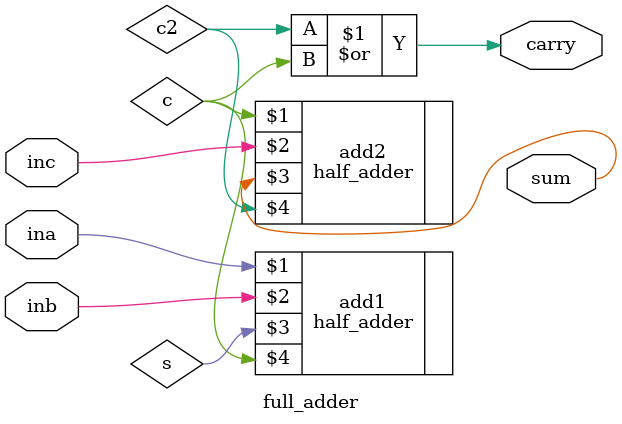
<source format=v>
module full_adder(
	ina, inb, inc, sum, carry
	);

input ina;
input inb;
input inc;
output sum;
output carry;
wire c;
wire c2;
half_adder add1 (ina, inb, s, c);
half_adder add2 (c, inc,  sum, c2);
assign carry = c2 | c;

endmodule
</source>
